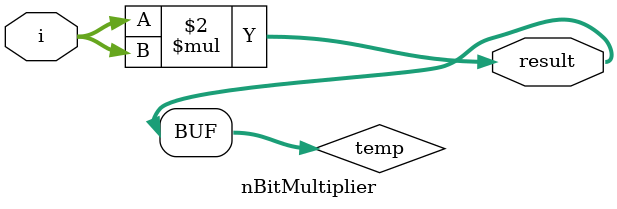
<source format=v>
`timescale 1ns / 1ps

module nBitMultiplier(i,result);
    parameter n=4;
    input [n-1:0] i;
    output reg [2*n-1:0] result;
    reg [2*n-1:0] temp;
    always@(*) begin
        temp=i*i;
        result=temp;
    end
   
endmodule

</source>
